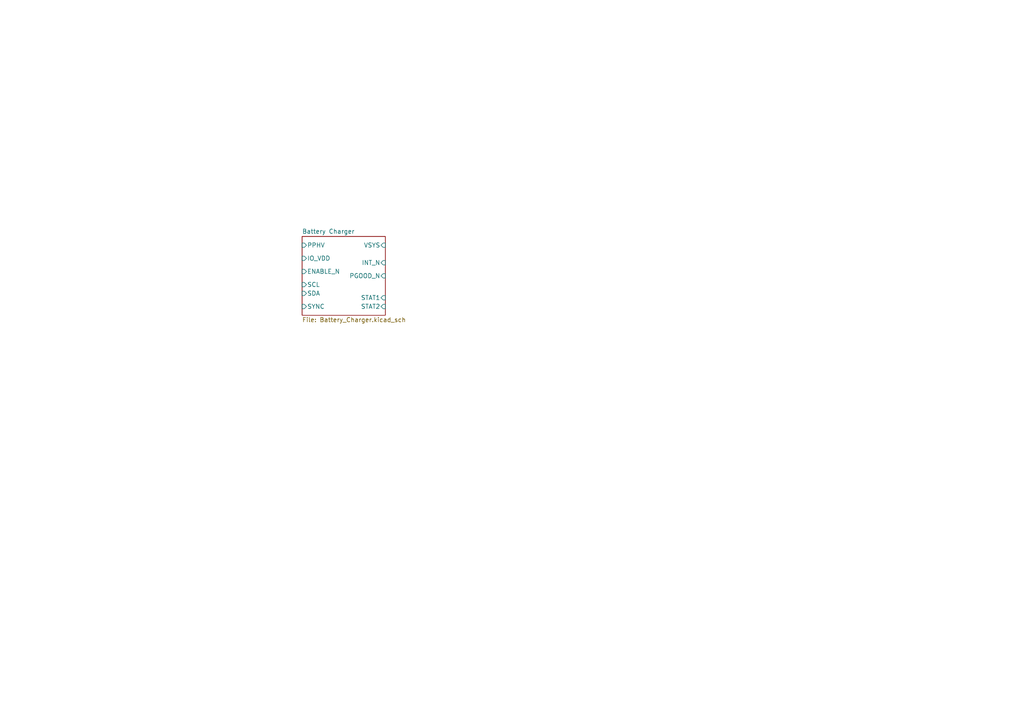
<source format=kicad_sch>
(kicad_sch
	(version 20250114)
	(generator "eeschema")
	(generator_version "9.0")
	(uuid "6c41b8ba-5f02-46fe-a2b7-d708dd9296a2")
	(paper "A4")
	(lib_symbols)
	(sheet
		(at 87.63 68.58)
		(size 24.13 22.86)
		(exclude_from_sim no)
		(in_bom yes)
		(on_board yes)
		(dnp no)
		(fields_autoplaced yes)
		(stroke
			(width 0.1524)
			(type solid)
		)
		(fill
			(color 0 0 0 0.0000)
		)
		(uuid "e569deef-b2ee-4a2b-a78c-15764dbf13be")
		(property "Sheetname" "Battery Charger"
			(at 87.63 67.8684 0)
			(effects
				(font
					(size 1.27 1.27)
				)
				(justify left bottom)
			)
		)
		(property "Sheetfile" "Battery_Charger.kicad_sch"
			(at 87.63 92.0246 0)
			(effects
				(font
					(size 1.27 1.27)
				)
				(justify left top)
			)
		)
		(pin "ENABLE_N" input
			(at 87.63 78.74 180)
			(uuid "8aa1cc5a-8635-4af1-b9a5-914e5b6cbc0e")
			(effects
				(font
					(size 1.27 1.27)
				)
				(justify left)
			)
		)
		(pin "INT_N" input
			(at 111.76 76.2 0)
			(uuid "a9dbe220-8d71-4bec-82eb-0c04191a07fd")
			(effects
				(font
					(size 1.27 1.27)
				)
				(justify right)
			)
		)
		(pin "IO_VDD" input
			(at 87.63 74.93 180)
			(uuid "cbde6d4c-7619-46da-8e1a-57b1021e6a22")
			(effects
				(font
					(size 1.27 1.27)
				)
				(justify left)
			)
		)
		(pin "PGOOD_N" input
			(at 111.76 80.01 0)
			(uuid "fac6642f-bfbc-4a97-8359-5b9521a57787")
			(effects
				(font
					(size 1.27 1.27)
				)
				(justify right)
			)
		)
		(pin "PPHV" input
			(at 87.63 71.12 180)
			(uuid "4215c5f8-d4f8-4b84-8a9d-c9b5c7a675fe")
			(effects
				(font
					(size 1.27 1.27)
				)
				(justify left)
			)
		)
		(pin "SCL" input
			(at 87.63 82.55 180)
			(uuid "f88795ad-7b0e-43e8-bdc3-8e8c1309de0d")
			(effects
				(font
					(size 1.27 1.27)
				)
				(justify left)
			)
		)
		(pin "SDA" input
			(at 87.63 85.09 180)
			(uuid "6ab47767-66ef-4128-a358-535df57d3def")
			(effects
				(font
					(size 1.27 1.27)
				)
				(justify left)
			)
		)
		(pin "STAT1" input
			(at 111.76 86.36 0)
			(uuid "cab787a3-72c9-4018-8b1d-2eaae09c86fa")
			(effects
				(font
					(size 1.27 1.27)
				)
				(justify right)
			)
		)
		(pin "STAT2" input
			(at 111.76 88.9 0)
			(uuid "e9d56cac-b426-4675-a789-ca3c813b4501")
			(effects
				(font
					(size 1.27 1.27)
				)
				(justify right)
			)
		)
		(pin "SYNC" input
			(at 87.63 88.9 180)
			(uuid "b3ce9987-d790-4ec9-af28-359a8f3fae2a")
			(effects
				(font
					(size 1.27 1.27)
				)
				(justify left)
			)
		)
		(pin "VSYS" input
			(at 111.76 71.12 0)
			(uuid "774e5b19-cd4f-4bd1-9177-f9fd240054ed")
			(effects
				(font
					(size 1.27 1.27)
				)
				(justify right)
			)
		)
		(instances
			(project "rf_carrier"
				(path "/1d5a0702-b67e-4abd-9b88-5b7f3ea07af2/1476c3ff-ed28-4f47-9d43-741d666076e1"
					(page "5")
				)
			)
		)
	)
)

</source>
